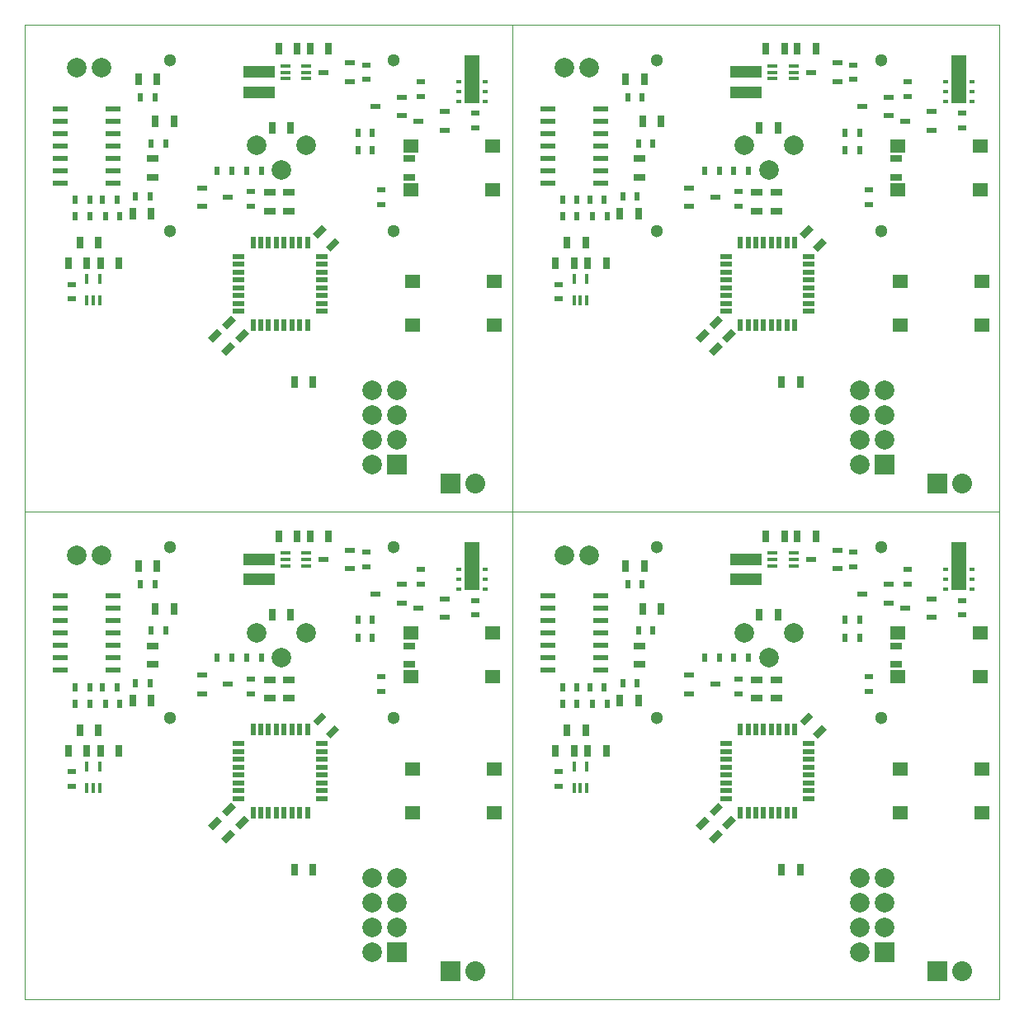
<source format=gbr>
G04 #@! TF.FileFunction,Soldermask,Top*
%FSLAX46Y46*%
G04 Gerber Fmt 4.6, Leading zero omitted, Abs format (unit mm)*
G04 Created by KiCad (PCBNEW 4.0.4+dfsg1-stable) date Sun Feb 12 12:23:04 2017*
%MOMM*%
%LPD*%
G01*
G04 APERTURE LIST*
%ADD10C,0.100000*%
%ADD11C,2.000000*%
%ADD12C,1.300000*%
%ADD13R,1.000000X0.600000*%
%ADD14R,0.900000X0.500000*%
%ADD15R,0.600000X0.400000*%
%ADD16R,1.500000X5.000000*%
%ADD17R,1.600000X1.400000*%
%ADD18R,1.300000X0.700000*%
%ADD19R,0.700000X1.300000*%
%ADD20R,1.500000X0.600000*%
%ADD21R,0.500000X0.900000*%
%ADD22R,0.400000X1.000000*%
%ADD23R,2.000000X2.000000*%
%ADD24R,0.500000X1.200000*%
%ADD25R,1.200000X0.500000*%
%ADD26R,2.032000X2.032000*%
%ADD27O,2.032000X2.032000*%
%ADD28R,3.200000X1.200000*%
%ADD29R,1.000000X0.350000*%
G04 APERTURE END LIST*
D10*
X91000000Y-40000000D02*
X191000000Y-40000000D01*
X91000000Y-90000000D02*
X191000000Y-90000000D01*
X141000000Y-40000000D02*
X141000000Y-140000000D01*
X91000000Y-140000000D02*
X191000000Y-140000000D01*
X91000000Y-40000000D02*
X91000000Y-140000000D01*
X191000000Y-40000000D02*
X191000000Y-140000000D01*
D11*
X119900000Y-102400000D03*
X114820000Y-102400000D03*
X117360000Y-104940000D03*
D12*
X105860000Y-111150000D03*
X105860000Y-93650000D03*
X128860000Y-93650000D03*
X128860000Y-111150000D03*
D13*
X134050000Y-100850000D03*
X134050000Y-98950000D03*
X131350000Y-99900000D03*
D14*
X137200000Y-100600000D03*
X137200000Y-99100000D03*
D15*
X138200000Y-97900000D03*
X138200000Y-96900000D03*
X138200000Y-95900000D03*
X135500000Y-95900000D03*
X135500000Y-96900000D03*
X135500000Y-97900000D03*
D16*
X136850000Y-95600000D03*
D14*
X131600000Y-97400000D03*
X131600000Y-95900000D03*
D17*
X139000000Y-106950000D03*
X139000000Y-102450000D03*
X130600000Y-106950000D03*
X130600000Y-102450000D03*
D18*
X104100000Y-103750000D03*
X104100000Y-105650000D03*
D19*
X106300000Y-99950000D03*
X104400000Y-99950000D03*
X102650000Y-95600000D03*
X104550000Y-95600000D03*
D20*
X100050000Y-106260000D03*
X100050000Y-104990000D03*
X100050000Y-103720000D03*
X100050000Y-102450000D03*
X100050000Y-101180000D03*
X100050000Y-99910000D03*
X100050000Y-98640000D03*
X94650000Y-98640000D03*
X94650000Y-99910000D03*
X94650000Y-101180000D03*
X94650000Y-102450000D03*
X94650000Y-103720000D03*
X94650000Y-104990000D03*
X94650000Y-106260000D03*
D21*
X103950000Y-102200000D03*
X105450000Y-102200000D03*
X102850000Y-97450000D03*
X104350000Y-97450000D03*
D11*
X96330000Y-94450000D03*
X98870000Y-94450000D03*
D21*
X125150000Y-101100000D03*
X126650000Y-101100000D03*
X126650000Y-102900000D03*
X125150000Y-102900000D03*
D14*
X127600000Y-108450000D03*
X127600000Y-106950000D03*
D18*
X130400000Y-105650000D03*
X130400000Y-103750000D03*
D13*
X129650000Y-99350000D03*
X129650000Y-97450000D03*
X126950000Y-98400000D03*
D14*
X114200000Y-108650000D03*
X114200000Y-107150000D03*
D21*
X113750000Y-105000000D03*
X115250000Y-105000000D03*
D18*
X116100000Y-109150000D03*
X116100000Y-107250000D03*
D13*
X109150000Y-106750000D03*
X109150000Y-108650000D03*
X111850000Y-107700000D03*
D21*
X110750000Y-105000000D03*
X112250000Y-105000000D03*
D18*
X118100000Y-109150000D03*
X118100000Y-107250000D03*
D19*
X97350000Y-114500000D03*
X95450000Y-114500000D03*
X96650000Y-112400000D03*
X98550000Y-112400000D03*
D14*
X95800000Y-118150000D03*
X95800000Y-116650000D03*
D19*
X98750000Y-114500000D03*
X100650000Y-114500000D03*
D22*
X97350000Y-118300000D03*
X98000000Y-118300000D03*
X98650000Y-118300000D03*
X98650000Y-116100000D03*
X97350000Y-116100000D03*
D17*
X139200000Y-120850000D03*
X139200000Y-116350000D03*
X130800000Y-120850000D03*
X130800000Y-116350000D03*
D23*
X129200000Y-135180000D03*
D11*
X126660000Y-135180000D03*
X129200000Y-132640000D03*
X126660000Y-132640000D03*
X129200000Y-130100000D03*
X126660000Y-130100000D03*
X129200000Y-127560000D03*
X126660000Y-127560000D03*
D10*
G36*
X113978858Y-121659619D02*
X113059619Y-122578858D01*
X112564644Y-122083883D01*
X113483883Y-121164644D01*
X113978858Y-121659619D01*
X113978858Y-121659619D01*
G37*
G36*
X112635356Y-120316117D02*
X111716117Y-121235356D01*
X111221142Y-120740381D01*
X112140381Y-119821142D01*
X112635356Y-120316117D01*
X112635356Y-120316117D01*
G37*
D24*
X120000000Y-112350000D03*
X119200000Y-112350000D03*
X118400000Y-112350000D03*
X117600000Y-112350000D03*
X116800000Y-112350000D03*
X116000000Y-112350000D03*
X115200000Y-112350000D03*
X114400000Y-112350000D03*
D25*
X112950000Y-113800000D03*
X112950000Y-114600000D03*
X112950000Y-115400000D03*
X112950000Y-116200000D03*
X112950000Y-117000000D03*
X112950000Y-117800000D03*
X112950000Y-118600000D03*
X112950000Y-119400000D03*
D24*
X114400000Y-120850000D03*
X115200000Y-120850000D03*
X116000000Y-120850000D03*
X116800000Y-120850000D03*
X117600000Y-120850000D03*
X118400000Y-120850000D03*
X119200000Y-120850000D03*
X120000000Y-120850000D03*
D25*
X121450000Y-119400000D03*
X121450000Y-118600000D03*
X121450000Y-117800000D03*
X121450000Y-117000000D03*
X121450000Y-116200000D03*
X121450000Y-115400000D03*
X121450000Y-114600000D03*
X121450000Y-113800000D03*
D10*
G36*
X112578858Y-123059619D02*
X111659619Y-123978858D01*
X111164644Y-123483883D01*
X112083883Y-122564644D01*
X112578858Y-123059619D01*
X112578858Y-123059619D01*
G37*
G36*
X111235356Y-121716117D02*
X110316117Y-122635356D01*
X109821142Y-122140381D01*
X110740381Y-121221142D01*
X111235356Y-121716117D01*
X111235356Y-121716117D01*
G37*
G36*
X120521142Y-111440381D02*
X121440381Y-110521142D01*
X121935356Y-111016117D01*
X121016117Y-111935356D01*
X120521142Y-111440381D01*
X120521142Y-111440381D01*
G37*
G36*
X121864644Y-112783883D02*
X122783883Y-111864644D01*
X123278858Y-112359619D01*
X122359619Y-113278858D01*
X121864644Y-112783883D01*
X121864644Y-112783883D01*
G37*
D19*
X120550000Y-126700000D03*
X118650000Y-126700000D03*
D26*
X134660000Y-137100000D03*
D27*
X137200000Y-137100000D03*
D21*
X98950000Y-108000000D03*
X100450000Y-108000000D03*
D19*
X102050000Y-109400000D03*
X103950000Y-109400000D03*
D21*
X96150000Y-108000000D03*
X97650000Y-108000000D03*
X102350000Y-107600000D03*
X103850000Y-107600000D03*
X96150000Y-109700000D03*
X97650000Y-109700000D03*
X99250000Y-109700000D03*
X100750000Y-109700000D03*
D13*
X124350000Y-95850000D03*
X124350000Y-93950000D03*
X121650000Y-94900000D03*
D19*
X122150000Y-92500000D03*
X120250000Y-92500000D03*
X117050000Y-92500000D03*
X118950000Y-92500000D03*
D28*
X115000000Y-96940000D03*
X115000000Y-94860000D03*
D19*
X118250000Y-100600000D03*
X116350000Y-100600000D03*
D29*
X119900000Y-95550000D03*
X119900000Y-94900000D03*
X119900000Y-94250000D03*
X117700000Y-94250000D03*
X117700000Y-94900000D03*
X117700000Y-95550000D03*
D14*
X126000000Y-95650000D03*
X126000000Y-94150000D03*
D11*
X169900000Y-102400000D03*
X164820000Y-102400000D03*
X167360000Y-104940000D03*
D12*
X155860000Y-111150000D03*
X155860000Y-93650000D03*
X178860000Y-93650000D03*
X178860000Y-111150000D03*
D13*
X184050000Y-100850000D03*
X184050000Y-98950000D03*
X181350000Y-99900000D03*
D14*
X187200000Y-100600000D03*
X187200000Y-99100000D03*
D15*
X188200000Y-97900000D03*
X188200000Y-96900000D03*
X188200000Y-95900000D03*
X185500000Y-95900000D03*
X185500000Y-96900000D03*
X185500000Y-97900000D03*
D16*
X186850000Y-95600000D03*
D14*
X181600000Y-97400000D03*
X181600000Y-95900000D03*
D17*
X189000000Y-106950000D03*
X189000000Y-102450000D03*
X180600000Y-106950000D03*
X180600000Y-102450000D03*
D18*
X154100000Y-103750000D03*
X154100000Y-105650000D03*
D19*
X156300000Y-99950000D03*
X154400000Y-99950000D03*
X152650000Y-95600000D03*
X154550000Y-95600000D03*
D20*
X150050000Y-106260000D03*
X150050000Y-104990000D03*
X150050000Y-103720000D03*
X150050000Y-102450000D03*
X150050000Y-101180000D03*
X150050000Y-99910000D03*
X150050000Y-98640000D03*
X144650000Y-98640000D03*
X144650000Y-99910000D03*
X144650000Y-101180000D03*
X144650000Y-102450000D03*
X144650000Y-103720000D03*
X144650000Y-104990000D03*
X144650000Y-106260000D03*
D21*
X153950000Y-102200000D03*
X155450000Y-102200000D03*
X152850000Y-97450000D03*
X154350000Y-97450000D03*
D11*
X146330000Y-94450000D03*
X148870000Y-94450000D03*
D21*
X175150000Y-101100000D03*
X176650000Y-101100000D03*
X176650000Y-102900000D03*
X175150000Y-102900000D03*
D14*
X177600000Y-108450000D03*
X177600000Y-106950000D03*
D18*
X180400000Y-105650000D03*
X180400000Y-103750000D03*
D13*
X179650000Y-99350000D03*
X179650000Y-97450000D03*
X176950000Y-98400000D03*
D14*
X164200000Y-108650000D03*
X164200000Y-107150000D03*
D21*
X163750000Y-105000000D03*
X165250000Y-105000000D03*
D18*
X166100000Y-109150000D03*
X166100000Y-107250000D03*
D13*
X159150000Y-106750000D03*
X159150000Y-108650000D03*
X161850000Y-107700000D03*
D21*
X160750000Y-105000000D03*
X162250000Y-105000000D03*
D18*
X168100000Y-109150000D03*
X168100000Y-107250000D03*
D19*
X147350000Y-114500000D03*
X145450000Y-114500000D03*
X146650000Y-112400000D03*
X148550000Y-112400000D03*
D14*
X145800000Y-118150000D03*
X145800000Y-116650000D03*
D19*
X148750000Y-114500000D03*
X150650000Y-114500000D03*
D22*
X147350000Y-118300000D03*
X148000000Y-118300000D03*
X148650000Y-118300000D03*
X148650000Y-116100000D03*
X147350000Y-116100000D03*
D17*
X189200000Y-120850000D03*
X189200000Y-116350000D03*
X180800000Y-120850000D03*
X180800000Y-116350000D03*
D23*
X179200000Y-135180000D03*
D11*
X176660000Y-135180000D03*
X179200000Y-132640000D03*
X176660000Y-132640000D03*
X179200000Y-130100000D03*
X176660000Y-130100000D03*
X179200000Y-127560000D03*
X176660000Y-127560000D03*
D10*
G36*
X163978858Y-121659619D02*
X163059619Y-122578858D01*
X162564644Y-122083883D01*
X163483883Y-121164644D01*
X163978858Y-121659619D01*
X163978858Y-121659619D01*
G37*
G36*
X162635356Y-120316117D02*
X161716117Y-121235356D01*
X161221142Y-120740381D01*
X162140381Y-119821142D01*
X162635356Y-120316117D01*
X162635356Y-120316117D01*
G37*
D24*
X170000000Y-112350000D03*
X169200000Y-112350000D03*
X168400000Y-112350000D03*
X167600000Y-112350000D03*
X166800000Y-112350000D03*
X166000000Y-112350000D03*
X165200000Y-112350000D03*
X164400000Y-112350000D03*
D25*
X162950000Y-113800000D03*
X162950000Y-114600000D03*
X162950000Y-115400000D03*
X162950000Y-116200000D03*
X162950000Y-117000000D03*
X162950000Y-117800000D03*
X162950000Y-118600000D03*
X162950000Y-119400000D03*
D24*
X164400000Y-120850000D03*
X165200000Y-120850000D03*
X166000000Y-120850000D03*
X166800000Y-120850000D03*
X167600000Y-120850000D03*
X168400000Y-120850000D03*
X169200000Y-120850000D03*
X170000000Y-120850000D03*
D25*
X171450000Y-119400000D03*
X171450000Y-118600000D03*
X171450000Y-117800000D03*
X171450000Y-117000000D03*
X171450000Y-116200000D03*
X171450000Y-115400000D03*
X171450000Y-114600000D03*
X171450000Y-113800000D03*
D10*
G36*
X162578858Y-123059619D02*
X161659619Y-123978858D01*
X161164644Y-123483883D01*
X162083883Y-122564644D01*
X162578858Y-123059619D01*
X162578858Y-123059619D01*
G37*
G36*
X161235356Y-121716117D02*
X160316117Y-122635356D01*
X159821142Y-122140381D01*
X160740381Y-121221142D01*
X161235356Y-121716117D01*
X161235356Y-121716117D01*
G37*
G36*
X170521142Y-111440381D02*
X171440381Y-110521142D01*
X171935356Y-111016117D01*
X171016117Y-111935356D01*
X170521142Y-111440381D01*
X170521142Y-111440381D01*
G37*
G36*
X171864644Y-112783883D02*
X172783883Y-111864644D01*
X173278858Y-112359619D01*
X172359619Y-113278858D01*
X171864644Y-112783883D01*
X171864644Y-112783883D01*
G37*
D19*
X170550000Y-126700000D03*
X168650000Y-126700000D03*
D26*
X184660000Y-137100000D03*
D27*
X187200000Y-137100000D03*
D21*
X148950000Y-108000000D03*
X150450000Y-108000000D03*
D19*
X152050000Y-109400000D03*
X153950000Y-109400000D03*
D21*
X146150000Y-108000000D03*
X147650000Y-108000000D03*
X152350000Y-107600000D03*
X153850000Y-107600000D03*
X146150000Y-109700000D03*
X147650000Y-109700000D03*
X149250000Y-109700000D03*
X150750000Y-109700000D03*
D13*
X174350000Y-95850000D03*
X174350000Y-93950000D03*
X171650000Y-94900000D03*
D19*
X172150000Y-92500000D03*
X170250000Y-92500000D03*
X167050000Y-92500000D03*
X168950000Y-92500000D03*
D28*
X165000000Y-96940000D03*
X165000000Y-94860000D03*
D19*
X168250000Y-100600000D03*
X166350000Y-100600000D03*
D29*
X169900000Y-95550000D03*
X169900000Y-94900000D03*
X169900000Y-94250000D03*
X167700000Y-94250000D03*
X167700000Y-94900000D03*
X167700000Y-95550000D03*
D14*
X176000000Y-95650000D03*
X176000000Y-94150000D03*
D11*
X169900000Y-52400000D03*
X164820000Y-52400000D03*
X167360000Y-54940000D03*
D12*
X155860000Y-61150000D03*
X155860000Y-43650000D03*
X178860000Y-43650000D03*
X178860000Y-61150000D03*
D13*
X184050000Y-50850000D03*
X184050000Y-48950000D03*
X181350000Y-49900000D03*
D14*
X187200000Y-50600000D03*
X187200000Y-49100000D03*
D15*
X188200000Y-47900000D03*
X188200000Y-46900000D03*
X188200000Y-45900000D03*
X185500000Y-45900000D03*
X185500000Y-46900000D03*
X185500000Y-47900000D03*
D16*
X186850000Y-45600000D03*
D14*
X181600000Y-47400000D03*
X181600000Y-45900000D03*
D17*
X189000000Y-56950000D03*
X189000000Y-52450000D03*
X180600000Y-56950000D03*
X180600000Y-52450000D03*
D18*
X154100000Y-53750000D03*
X154100000Y-55650000D03*
D19*
X156300000Y-49950000D03*
X154400000Y-49950000D03*
X152650000Y-45600000D03*
X154550000Y-45600000D03*
D20*
X150050000Y-56260000D03*
X150050000Y-54990000D03*
X150050000Y-53720000D03*
X150050000Y-52450000D03*
X150050000Y-51180000D03*
X150050000Y-49910000D03*
X150050000Y-48640000D03*
X144650000Y-48640000D03*
X144650000Y-49910000D03*
X144650000Y-51180000D03*
X144650000Y-52450000D03*
X144650000Y-53720000D03*
X144650000Y-54990000D03*
X144650000Y-56260000D03*
D21*
X153950000Y-52200000D03*
X155450000Y-52200000D03*
X152850000Y-47450000D03*
X154350000Y-47450000D03*
D11*
X146330000Y-44450000D03*
X148870000Y-44450000D03*
D21*
X175150000Y-51100000D03*
X176650000Y-51100000D03*
X176650000Y-52900000D03*
X175150000Y-52900000D03*
D14*
X177600000Y-58450000D03*
X177600000Y-56950000D03*
D18*
X180400000Y-55650000D03*
X180400000Y-53750000D03*
D13*
X179650000Y-49350000D03*
X179650000Y-47450000D03*
X176950000Y-48400000D03*
D14*
X164200000Y-58650000D03*
X164200000Y-57150000D03*
D21*
X163750000Y-55000000D03*
X165250000Y-55000000D03*
D18*
X166100000Y-59150000D03*
X166100000Y-57250000D03*
D13*
X159150000Y-56750000D03*
X159150000Y-58650000D03*
X161850000Y-57700000D03*
D21*
X160750000Y-55000000D03*
X162250000Y-55000000D03*
D18*
X168100000Y-59150000D03*
X168100000Y-57250000D03*
D19*
X147350000Y-64500000D03*
X145450000Y-64500000D03*
X146650000Y-62400000D03*
X148550000Y-62400000D03*
D14*
X145800000Y-68150000D03*
X145800000Y-66650000D03*
D19*
X148750000Y-64500000D03*
X150650000Y-64500000D03*
D22*
X147350000Y-68300000D03*
X148000000Y-68300000D03*
X148650000Y-68300000D03*
X148650000Y-66100000D03*
X147350000Y-66100000D03*
D17*
X189200000Y-70850000D03*
X189200000Y-66350000D03*
X180800000Y-70850000D03*
X180800000Y-66350000D03*
D23*
X179200000Y-85180000D03*
D11*
X176660000Y-85180000D03*
X179200000Y-82640000D03*
X176660000Y-82640000D03*
X179200000Y-80100000D03*
X176660000Y-80100000D03*
X179200000Y-77560000D03*
X176660000Y-77560000D03*
D10*
G36*
X163978858Y-71659619D02*
X163059619Y-72578858D01*
X162564644Y-72083883D01*
X163483883Y-71164644D01*
X163978858Y-71659619D01*
X163978858Y-71659619D01*
G37*
G36*
X162635356Y-70316117D02*
X161716117Y-71235356D01*
X161221142Y-70740381D01*
X162140381Y-69821142D01*
X162635356Y-70316117D01*
X162635356Y-70316117D01*
G37*
D24*
X170000000Y-62350000D03*
X169200000Y-62350000D03*
X168400000Y-62350000D03*
X167600000Y-62350000D03*
X166800000Y-62350000D03*
X166000000Y-62350000D03*
X165200000Y-62350000D03*
X164400000Y-62350000D03*
D25*
X162950000Y-63800000D03*
X162950000Y-64600000D03*
X162950000Y-65400000D03*
X162950000Y-66200000D03*
X162950000Y-67000000D03*
X162950000Y-67800000D03*
X162950000Y-68600000D03*
X162950000Y-69400000D03*
D24*
X164400000Y-70850000D03*
X165200000Y-70850000D03*
X166000000Y-70850000D03*
X166800000Y-70850000D03*
X167600000Y-70850000D03*
X168400000Y-70850000D03*
X169200000Y-70850000D03*
X170000000Y-70850000D03*
D25*
X171450000Y-69400000D03*
X171450000Y-68600000D03*
X171450000Y-67800000D03*
X171450000Y-67000000D03*
X171450000Y-66200000D03*
X171450000Y-65400000D03*
X171450000Y-64600000D03*
X171450000Y-63800000D03*
D10*
G36*
X162578858Y-73059619D02*
X161659619Y-73978858D01*
X161164644Y-73483883D01*
X162083883Y-72564644D01*
X162578858Y-73059619D01*
X162578858Y-73059619D01*
G37*
G36*
X161235356Y-71716117D02*
X160316117Y-72635356D01*
X159821142Y-72140381D01*
X160740381Y-71221142D01*
X161235356Y-71716117D01*
X161235356Y-71716117D01*
G37*
G36*
X170521142Y-61440381D02*
X171440381Y-60521142D01*
X171935356Y-61016117D01*
X171016117Y-61935356D01*
X170521142Y-61440381D01*
X170521142Y-61440381D01*
G37*
G36*
X171864644Y-62783883D02*
X172783883Y-61864644D01*
X173278858Y-62359619D01*
X172359619Y-63278858D01*
X171864644Y-62783883D01*
X171864644Y-62783883D01*
G37*
D19*
X170550000Y-76700000D03*
X168650000Y-76700000D03*
D26*
X184660000Y-87100000D03*
D27*
X187200000Y-87100000D03*
D21*
X148950000Y-58000000D03*
X150450000Y-58000000D03*
D19*
X152050000Y-59400000D03*
X153950000Y-59400000D03*
D21*
X146150000Y-58000000D03*
X147650000Y-58000000D03*
X152350000Y-57600000D03*
X153850000Y-57600000D03*
X146150000Y-59700000D03*
X147650000Y-59700000D03*
X149250000Y-59700000D03*
X150750000Y-59700000D03*
D13*
X174350000Y-45850000D03*
X174350000Y-43950000D03*
X171650000Y-44900000D03*
D19*
X172150000Y-42500000D03*
X170250000Y-42500000D03*
X167050000Y-42500000D03*
X168950000Y-42500000D03*
D28*
X165000000Y-46940000D03*
X165000000Y-44860000D03*
D19*
X168250000Y-50600000D03*
X166350000Y-50600000D03*
D29*
X169900000Y-45550000D03*
X169900000Y-44900000D03*
X169900000Y-44250000D03*
X167700000Y-44250000D03*
X167700000Y-44900000D03*
X167700000Y-45550000D03*
D14*
X176000000Y-45650000D03*
X176000000Y-44150000D03*
D24*
X120000000Y-62350000D03*
X119200000Y-62350000D03*
X118400000Y-62350000D03*
X117600000Y-62350000D03*
X116800000Y-62350000D03*
X116000000Y-62350000D03*
X115200000Y-62350000D03*
X114400000Y-62350000D03*
D25*
X112950000Y-63800000D03*
X112950000Y-64600000D03*
X112950000Y-65400000D03*
X112950000Y-66200000D03*
X112950000Y-67000000D03*
X112950000Y-67800000D03*
X112950000Y-68600000D03*
X112950000Y-69400000D03*
D24*
X114400000Y-70850000D03*
X115200000Y-70850000D03*
X116000000Y-70850000D03*
X116800000Y-70850000D03*
X117600000Y-70850000D03*
X118400000Y-70850000D03*
X119200000Y-70850000D03*
X120000000Y-70850000D03*
D25*
X121450000Y-69400000D03*
X121450000Y-68600000D03*
X121450000Y-67800000D03*
X121450000Y-67000000D03*
X121450000Y-66200000D03*
X121450000Y-65400000D03*
X121450000Y-64600000D03*
X121450000Y-63800000D03*
D19*
X120550000Y-76700000D03*
X118650000Y-76700000D03*
D21*
X126650000Y-52900000D03*
X125150000Y-52900000D03*
D11*
X119900000Y-52400000D03*
X114820000Y-52400000D03*
X117360000Y-54940000D03*
D12*
X105860000Y-61150000D03*
X105860000Y-43650000D03*
X128860000Y-43650000D03*
X128860000Y-61150000D03*
D10*
G36*
X113978858Y-71659619D02*
X113059619Y-72578858D01*
X112564644Y-72083883D01*
X113483883Y-71164644D01*
X113978858Y-71659619D01*
X113978858Y-71659619D01*
G37*
G36*
X112635356Y-70316117D02*
X111716117Y-71235356D01*
X111221142Y-70740381D01*
X112140381Y-69821142D01*
X112635356Y-70316117D01*
X112635356Y-70316117D01*
G37*
G36*
X120521142Y-61440381D02*
X121440381Y-60521142D01*
X121935356Y-61016117D01*
X121016117Y-61935356D01*
X120521142Y-61440381D01*
X120521142Y-61440381D01*
G37*
G36*
X121864644Y-62783883D02*
X122783883Y-61864644D01*
X123278858Y-62359619D01*
X122359619Y-63278858D01*
X121864644Y-62783883D01*
X121864644Y-62783883D01*
G37*
G36*
X112578858Y-73059619D02*
X111659619Y-73978858D01*
X111164644Y-73483883D01*
X112083883Y-72564644D01*
X112578858Y-73059619D01*
X112578858Y-73059619D01*
G37*
G36*
X111235356Y-71716117D02*
X110316117Y-72635356D01*
X109821142Y-72140381D01*
X110740381Y-71221142D01*
X111235356Y-71716117D01*
X111235356Y-71716117D01*
G37*
D18*
X118100000Y-59150000D03*
X118100000Y-57250000D03*
X116100000Y-59150000D03*
X116100000Y-57250000D03*
X130400000Y-55650000D03*
X130400000Y-53750000D03*
D19*
X118250000Y-50600000D03*
X116350000Y-50600000D03*
X106300000Y-49950000D03*
X104400000Y-49950000D03*
X102650000Y-45600000D03*
X104550000Y-45600000D03*
X96650000Y-62400000D03*
X98550000Y-62400000D03*
D18*
X104100000Y-53750000D03*
X104100000Y-55650000D03*
D19*
X102050000Y-59400000D03*
X103950000Y-59400000D03*
X98750000Y-64500000D03*
X100650000Y-64500000D03*
X97350000Y-64500000D03*
X95450000Y-64500000D03*
X122150000Y-42500000D03*
X120250000Y-42500000D03*
X117050000Y-42500000D03*
X118950000Y-42500000D03*
D11*
X96330000Y-44450000D03*
X98870000Y-44450000D03*
D13*
X124350000Y-45850000D03*
X124350000Y-43950000D03*
X121650000Y-44900000D03*
D14*
X127600000Y-58450000D03*
X127600000Y-56950000D03*
D21*
X125150000Y-51100000D03*
X126650000Y-51100000D03*
X113750000Y-55000000D03*
X115250000Y-55000000D03*
X110750000Y-55000000D03*
X112250000Y-55000000D03*
X102850000Y-47450000D03*
X104350000Y-47450000D03*
X103950000Y-52200000D03*
X105450000Y-52200000D03*
X96150000Y-58000000D03*
X97650000Y-58000000D03*
X98950000Y-58000000D03*
X100450000Y-58000000D03*
X102350000Y-57600000D03*
X103850000Y-57600000D03*
D14*
X126000000Y-45650000D03*
X126000000Y-44150000D03*
X95800000Y-68150000D03*
X95800000Y-66650000D03*
D17*
X139000000Y-56950000D03*
X139000000Y-52450000D03*
X130600000Y-56950000D03*
X130600000Y-52450000D03*
D20*
X100050000Y-56260000D03*
X100050000Y-54990000D03*
X100050000Y-53720000D03*
X100050000Y-52450000D03*
X100050000Y-51180000D03*
X100050000Y-49910000D03*
X100050000Y-48640000D03*
X94650000Y-48640000D03*
X94650000Y-49910000D03*
X94650000Y-51180000D03*
X94650000Y-52450000D03*
X94650000Y-53720000D03*
X94650000Y-54990000D03*
X94650000Y-56260000D03*
D22*
X97350000Y-68300000D03*
X98000000Y-68300000D03*
X98650000Y-68300000D03*
X98650000Y-66100000D03*
X97350000Y-66100000D03*
D28*
X115000000Y-46940000D03*
X115000000Y-44860000D03*
D29*
X119900000Y-45550000D03*
X119900000Y-44900000D03*
X119900000Y-44250000D03*
X117700000Y-44250000D03*
X117700000Y-44900000D03*
X117700000Y-45550000D03*
D21*
X96150000Y-59700000D03*
X97650000Y-59700000D03*
X99250000Y-59700000D03*
X100750000Y-59700000D03*
D17*
X139200000Y-70850000D03*
X139200000Y-66350000D03*
X130800000Y-70850000D03*
X130800000Y-66350000D03*
D15*
X138200000Y-47900000D03*
X138200000Y-46900000D03*
X138200000Y-45900000D03*
X135500000Y-45900000D03*
X135500000Y-46900000D03*
X135500000Y-47900000D03*
D16*
X136850000Y-45600000D03*
D13*
X134050000Y-50850000D03*
X134050000Y-48950000D03*
X131350000Y-49900000D03*
X129650000Y-49350000D03*
X129650000Y-47450000D03*
X126950000Y-48400000D03*
D14*
X137200000Y-50600000D03*
X137200000Y-49100000D03*
X131600000Y-47400000D03*
X131600000Y-45900000D03*
D13*
X109150000Y-56750000D03*
X109150000Y-58650000D03*
X111850000Y-57700000D03*
D14*
X114200000Y-58650000D03*
X114200000Y-57150000D03*
D23*
X129200000Y-85180000D03*
D11*
X126660000Y-85180000D03*
X129200000Y-82640000D03*
X126660000Y-82640000D03*
X129200000Y-80100000D03*
X126660000Y-80100000D03*
X129200000Y-77560000D03*
X126660000Y-77560000D03*
D26*
X134660000Y-87100000D03*
D27*
X137200000Y-87100000D03*
M02*

</source>
